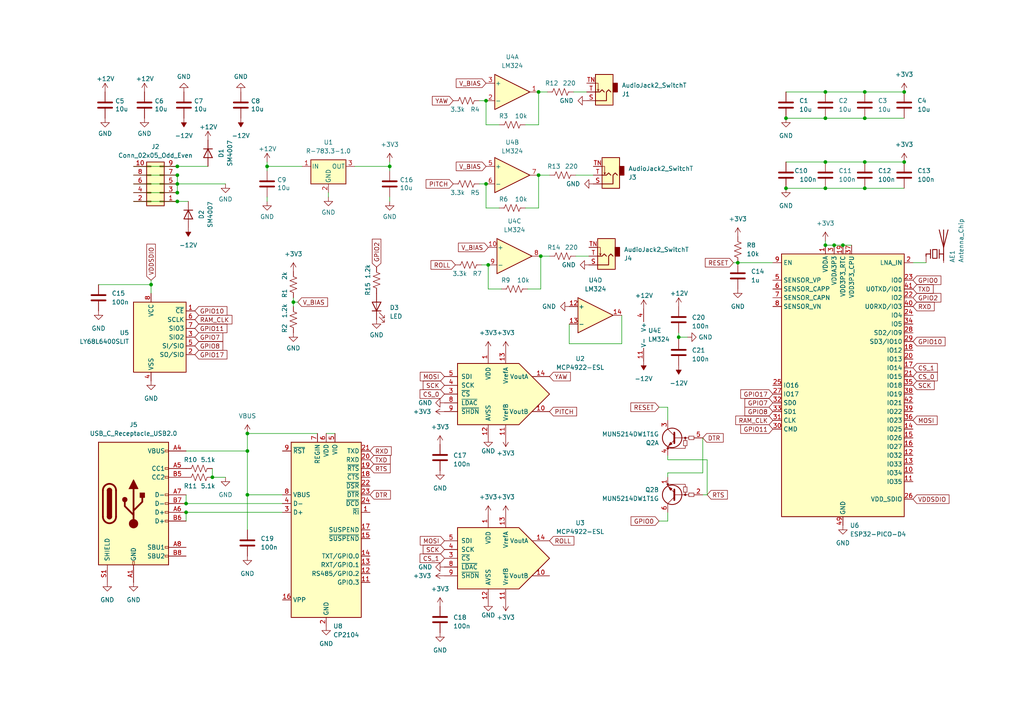
<source format=kicad_sch>
(kicad_sch (version 20230121) (generator eeschema)
  (paper "A4")
  (lib_symbols
    (symbol "4ms_Power:GND" (power) (pin_names (offset 0))
      (property "Value" "GND" (at 0 -3.81 0))
      (symbol "GND_1_1"
        (pin power_in line (at 0 0 270) (length 0) hide (name "GND") (number "1"))
      )
    )
    (symbol "Amplifier_Operational:LM324" (pin_names (offset 0.127))
      (property "Reference" "U" (at 0 5.08 0))
      (property "Value" "LM324" (at 0 -5.08 0))
      (symbol "LM324_1_1"
        (pin output line (at 7.62 0 180) (length 2.54) (name "~") (number "1"))
        (pin input line (at -7.62 -2.54 0) (length 2.54) (name "-") (number "2"))
        (pin input line (at -7.62 2.54 0) (length 2.54) (name "+") (number "3"))
      )
      (symbol "LM324_2_1"
        (pin input line (at -7.62 2.54 0) (length 2.54) (name "+") (number "5"))
        (pin input line (at -7.62 -2.54 0) (length 2.54) (name "-") (number "6"))
        (pin output line (at 7.62 0 180) (length 2.54) (name "~") (number "7"))
      )
      (symbol "LM324_3_1"
        (pin input line (at -7.62 2.54 0) (length 2.54) (name "+") (number "10"))
        (pin output line (at 7.62 0 180) (length 2.54) (name "~") (number "8"))
        (pin input line (at -7.62 -2.54 0) (length 2.54) (name "-") (number "9"))
      )
      (symbol "LM324_4_1"
        (pin input line (at -7.62 2.54 0) (length 2.54) (name "+") (number "12"))
        (pin input line (at -7.62 -2.54 0) (length 2.54) (name "-") (number "13"))
        (pin output line (at 7.62 0 180) (length 2.54) (name "~") (number "14"))
      )
      (symbol "LM324_5_1"
        (pin power_in line (at -2.54 -7.62 90) (length 3.81) (name "V-") (number "11"))
        (pin power_in line (at -2.54 7.62 270) (length 3.81) (name "V+") (number "4"))
      )
    )
    (symbol "Analog_DAC:MCP4922-ESL" (pin_names (offset 1.016))
      (property "Reference" "U" (at -10.16 10.16 0))
      (property "Value" "MCP4922-ESL" (at 3.81 10.16 0))
      (symbol "MCP4922-ESL_1_1"
        (pin power_in line (at -2.54 12.7 270) (length 3.81) (name "VDD") (number "1"))
        (pin passive line (at 15.24 -5.08 180) (length 5.08) (name "VoutB") (number "10"))
        (pin passive line (at 2.54 -12.7 90) (length 3.81) (name "VrefB") (number "11"))
        (pin power_in line (at -2.54 -12.7 90) (length 3.81) (name "AVSS") (number "12"))
        (pin passive line (at 2.54 12.7 270) (length 3.81) (name "VrefA") (number "13"))
        (pin passive line (at 15.24 5.08 180) (length 5.08) (name "VoutA") (number "14"))
        (pin no_connect line (at -5.08 -8.89 90) (length 2.54) hide (name "NC") (number "2"))
        (pin input line (at -15.24 0 0) (length 3.81) (name "~{CS}") (number "3"))
        (pin input line (at -15.24 2.54 0) (length 3.81) (name "SCK") (number "4"))
        (pin input line (at -15.24 5.08 0) (length 3.81) (name "SDI") (number "5"))
        (pin no_connect line (at -7.62 -8.89 90) (length 2.54) hide (name "NC") (number "6"))
        (pin no_connect line (at -10.16 -8.89 90) (length 2.54) hide (name "NC") (number "7"))
        (pin input line (at -15.24 -2.54 0) (length 3.81) (name "~{LDAC}") (number "8"))
        (pin input line (at -15.24 -5.08 0) (length 3.81) (name "~{SHDN}") (number "9"))
      )
    )
    (symbol "Connector:USB_C_Receptacle_USB2.0" (pin_names (offset 1.016))
      (property "Reference" "J" (at -10.16 19.05 0))
      (property "Value" "USB_C_Receptacle_USB2.0" (at 19.05 19.05 0))
      (symbol "USB_C_Receptacle_USB2.0_1_1"
        (pin passive line (at 0 -22.86 90) (length 5.08) (name "GND") (number "A1"))
        (pin passive line (at 0 -22.86 90) (length 5.08) hide (name "GND") (number "A12"))
        (pin passive line (at 15.24 15.24 180) (length 5.08) (name "VBUS") (number "A4"))
        (pin bidirectional line (at 15.24 10.16 180) (length 5.08) (name "CC1") (number "A5"))
        (pin bidirectional line (at 15.24 -2.54 180) (length 5.08) (name "D+") (number "A6"))
        (pin bidirectional line (at 15.24 2.54 180) (length 5.08) (name "D-") (number "A7"))
        (pin bidirectional line (at 15.24 -12.7 180) (length 5.08) (name "SBU1") (number "A8"))
        (pin passive line (at 15.24 15.24 180) (length 5.08) hide (name "VBUS") (number "A9"))
        (pin passive line (at 0 -22.86 90) (length 5.08) hide (name "GND") (number "B1"))
        (pin passive line (at 0 -22.86 90) (length 5.08) hide (name "GND") (number "B12"))
        (pin passive line (at 15.24 15.24 180) (length 5.08) hide (name "VBUS") (number "B4"))
        (pin bidirectional line (at 15.24 7.62 180) (length 5.08) (name "CC2") (number "B5"))
        (pin bidirectional line (at 15.24 -5.08 180) (length 5.08) (name "D+") (number "B6"))
        (pin bidirectional line (at 15.24 0 180) (length 5.08) (name "D-") (number "B7"))
        (pin bidirectional line (at 15.24 -15.24 180) (length 5.08) (name "SBU2") (number "B8"))
        (pin passive line (at 15.24 15.24 180) (length 5.08) hide (name "VBUS") (number "B9"))
        (pin passive line (at -7.62 -22.86 90) (length 5.08) (name "SHIELD") (number "S1"))
      )
    )
    (symbol "Connector_Audio:AudioJack2_SwitchT"
      (property "Reference" "J" (at 0 8.89 0))
      (property "Value" "AudioJack2_SwitchT" (at 0 6.35 0))
      (symbol "AudioJack2_SwitchT_1_1"
        (pin passive line (at 5.08 2.54 180) (length 2.54) (name "~") (number "S"))
        (pin passive line (at 5.08 0 180) (length 2.54) (name "~") (number "T"))
        (pin passive line (at 5.08 -2.54 180) (length 2.54) (name "~") (number "TN"))
      )
    )
    (symbol "Connector_Generic:Conn_02x05_Odd_Even" (pin_names (offset 1.016) hide)
      (property "Reference" "J" (at 1.27 7.62 0))
      (property "Value" "Conn_02x05_Odd_Even" (at 1.27 -7.62 0))
      (symbol "Conn_02x05_Odd_Even_1_1"
        (pin passive line (at -5.08 5.08 0) (length 3.81) (name "Pin_1") (number "1"))
        (pin passive line (at 7.62 -5.08 180) (length 3.81) (name "Pin_10") (number "10"))
        (pin passive line (at 7.62 5.08 180) (length 3.81) (name "Pin_2") (number "2"))
        (pin passive line (at -5.08 2.54 0) (length 3.81) (name "Pin_3") (number "3"))
        (pin passive line (at 7.62 2.54 180) (length 3.81) (name "Pin_4") (number "4"))
        (pin passive line (at -5.08 0 0) (length 3.81) (name "Pin_5") (number "5"))
        (pin passive line (at 7.62 0 180) (length 3.81) (name "Pin_6") (number "6"))
        (pin passive line (at -5.08 -2.54 0) (length 3.81) (name "Pin_7") (number "7"))
        (pin passive line (at 7.62 -2.54 180) (length 3.81) (name "Pin_8") (number "8"))
        (pin passive line (at -5.08 -5.08 0) (length 3.81) (name "Pin_9") (number "9"))
      )
    )
    (symbol "Device:Antenna_Chip" (pin_numbers hide) (pin_names (offset 1.016) hide)
      (property "Reference" "AE" (at 0 5.08 0))
      (property "Value" "Antenna_Chip" (at 0 3.175 0))
      (symbol "Antenna_Chip_1_1"
        (pin input line (at -2.54 -2.54 90) (length 2.54) (name "FEED") (number "1"))
        (pin passive line (at 2.54 -2.54 90) (length 2.54) (name "PCB_Trace") (number "2"))
      )
    )
    (symbol "Device:C" (pin_numbers hide) (pin_names (offset 0.254))
      (property "Reference" "C" (at 0.635 2.54 0))
      (property "Value" "C" (at 0.635 -2.54 0))
      (symbol "C_1_1"
        (pin passive line (at 0 3.81 270) (length 2.794) (name "~") (number "1"))
        (pin passive line (at 0 -3.81 90) (length 2.794) (name "~") (number "2"))
      )
    )
    (symbol "Device:LED" (pin_numbers hide) (pin_names (offset 1.016) hide)
      (property "Reference" "D" (at 0 2.54 0))
      (property "Value" "LED" (at 0 -2.54 0))
      (symbol "LED_1_1"
        (pin passive line (at -3.81 0 0) (length 2.54) (name "K") (number "1"))
        (pin passive line (at 3.81 0 180) (length 2.54) (name "A") (number "2"))
      )
    )
    (symbol "Device:R_US" (pin_numbers hide) (pin_names (offset 0))
      (property "Reference" "R" (at 2.54 0 90))
      (property "Value" "R_US" (at -2.54 0 90))
      (symbol "R_US_1_1"
        (pin passive line (at 0 3.81 270) (length 1.27) (name "~") (number "1"))
        (pin passive line (at 0 -3.81 90) (length 1.27) (name "~") (number "2"))
      )
    )
    (symbol "Diode:SM4007" (pin_numbers hide) (pin_names (offset 1.016) hide)
      (property "Reference" "D" (at 0 2.54 0))
      (property "Value" "SM4007" (at 0 -2.54 0))
      (symbol "SM4007_1_1"
        (pin passive line (at -3.81 0 0) (length 2.54) (name "K") (number "1"))
        (pin passive line (at 3.81 0 180) (length 2.54) (name "A") (number "2"))
      )
    )
    (symbol "Interface_USB:CP2104"
      (property "Reference" "U" (at -5.08 28.575 0))
      (property "Value" "CP2104" (at -5.08 26.67 0))
      (symbol "CP2104_1_1"
        (pin input line (at 12.7 5.08 180) (length 2.54) (name "~{RI}") (number "1"))
        (pin no_connect line (at 10.16 -20.32 180) (length 2.54) hide (name "NC") (number "10"))
        (pin bidirectional line (at 12.7 -15.24 180) (length 2.54) (name "GPIO.3") (number "11"))
        (pin bidirectional line (at 12.7 -12.7 180) (length 2.54) (name "RS485/GPIO.2") (number "12"))
        (pin bidirectional line (at 12.7 -10.16 180) (length 2.54) (name "RXT/GPIO.1") (number "13"))
        (pin bidirectional line (at 12.7 -7.62 180) (length 2.54) (name "TXT/GPIO.0") (number "14"))
        (pin output line (at 12.7 -2.54 180) (length 2.54) (name "~{SUSPEND}") (number "15"))
        (pin passive line (at -12.7 -20.32 0) (length 2.54) (name "VPP") (number "16"))
        (pin output line (at 12.7 0 180) (length 2.54) (name "SUSPEND") (number "17"))
        (pin input line (at 12.7 15.24 180) (length 2.54) (name "~{CTS}") (number "18"))
        (pin output line (at 12.7 17.78 180) (length 2.54) (name "~{RTS}") (number "19"))
        (pin power_in line (at 0 -27.94 90) (length 2.54) (name "GND") (number "2"))
        (pin input line (at 12.7 20.32 180) (length 2.54) (name "RXD") (number "20"))
        (pin output line (at 12.7 22.86 180) (length 2.54) (name "TXD") (number "21"))
        (pin input line (at 12.7 12.7 180) (length 2.54) (name "~{DSR}") (number "22"))
        (pin output line (at 12.7 10.16 180) (length 2.54) (name "~{DTR}") (number "23"))
        (pin input line (at 12.7 7.62 180) (length 2.54) (name "~{DCD}") (number "24"))
        (pin passive line (at 0 -27.94 90) (length 2.54) hide (name "GND") (number "25"))
        (pin bidirectional line (at -12.7 5.08 0) (length 2.54) (name "D+") (number "3"))
        (pin bidirectional line (at -12.7 7.62 0) (length 2.54) (name "D-") (number "4"))
        (pin power_in line (at 2.54 27.94 270) (length 2.54) (name "VIO") (number "5"))
        (pin power_in line (at 0 27.94 270) (length 2.54) (name "VDD") (number "6"))
        (pin power_in line (at -2.54 27.94 270) (length 2.54) (name "REGIN") (number "7"))
        (pin input line (at -12.7 10.16 0) (length 2.54) (name "VBUS") (number "8"))
        (pin bidirectional line (at -12.7 22.86 0) (length 2.54) (name "~{RST}") (number "9"))
      )
    )
    (symbol "Memory_RAM:ESP-PSRAM32"
      (property "Reference" "U" (at 3.81 11.43 0))
      (property "Value" "ESP-PSRAM32" (at -1.27 -11.43 0))
      (symbol "ESP-PSRAM32_1_1"
        (pin input line (at 10.16 7.62 180) (length 2.54) (name "~{CE}") (number "1"))
        (pin output line (at 10.16 -5.08 180) (length 2.54) (name "SO/SIO") (number "2"))
        (pin bidirectional line (at 10.16 0 180) (length 2.54) (name "SIO2") (number "3"))
        (pin power_in line (at -2.54 -12.7 90) (length 2.54) (name "VSS") (number "4"))
        (pin input line (at 10.16 -2.54 180) (length 2.54) (name "SI/SIO") (number "5"))
        (pin output line (at 10.16 5.08 180) (length 2.54) (name "SCLK") (number "6"))
        (pin bidirectional line (at 10.16 2.54 180) (length 2.54) (name "SIO3") (number "7"))
        (pin power_in line (at -2.54 12.7 270) (length 2.54) (name "VCC") (number "8"))
      )
    )
    (symbol "PCM_4ms_Power-symbol:+12V" (power) (pin_names (offset 0))
      (property "Value" "+12V" (at 0 3.556 0))
      (symbol "+12V_1_1"
        (pin power_in line (at 0 0 90) (length 0) hide (name "+12V") (number "1"))
      )
    )
    (symbol "RF_Module:ESP32-PICO-D4"
      (property "Reference" "U" (at -17.78 39.37 0))
      (property "Value" "ESP32-PICO-D4" (at 3.81 39.37 0))
      (symbol "ESP32-PICO-D4_0_0"
        (pin power_in line (at -5.08 40.64 270) (length 2.54) (name "VDDA") (number "1"))
        (pin input line (at 20.32 -25.4 180) (length 2.54) (name "IO34") (number "10"))
        (pin input line (at 20.32 -27.94 180) (length 2.54) (name "IO35") (number "11"))
        (pin bidirectional line (at 20.32 -20.32 180) (length 2.54) (name "IO32") (number "12"))
        (pin bidirectional line (at 20.32 -22.86 180) (length 2.54) (name "IO33") (number "13"))
        (pin bidirectional line (at 20.32 -12.7 180) (length 2.54) (name "IO25") (number "14"))
        (pin bidirectional line (at 20.32 -15.24 180) (length 2.54) (name "IO26") (number "15"))
        (pin bidirectional line (at 20.32 -17.78 180) (length 2.54) (name "IO27") (number "16"))
        (pin bidirectional line (at 20.32 5.08 180) (length 2.54) (name "IO14") (number "17"))
        (pin bidirectional line (at 20.32 10.16 180) (length 2.54) (name "IO12") (number "18"))
        (pin power_in line (at 0 40.64 270) (length 2.54) (name "VDD3P3_RTC") (number "19"))
        (pin bidirectional line (at 20.32 35.56 180) (length 2.54) (name "LNA_IN") (number "2"))
        (pin bidirectional line (at 20.32 7.62 180) (length 2.54) (name "IO13") (number "20"))
        (pin bidirectional line (at 20.32 2.54 180) (length 2.54) (name "IO15") (number "21"))
        (pin bidirectional line (at 20.32 25.4 180) (length 2.54) (name "IO2") (number "22"))
        (pin bidirectional line (at 20.32 30.48 180) (length 2.54) (name "IO0") (number "23"))
        (pin bidirectional line (at 20.32 20.32 180) (length 2.54) (name "IO4") (number "24"))
        (pin bidirectional line (at -20.32 0 0) (length 2.54) (name "IO16") (number "25"))
        (pin power_out line (at 20.32 -33.02 180) (length 2.54) (name "VDD_SDIO") (number "26"))
        (pin bidirectional line (at -20.32 -2.54 0) (length 2.54) (name "IO17") (number "27"))
        (pin bidirectional line (at 20.32 15.24 180) (length 2.54) (name "SD2/IO9") (number "28"))
        (pin bidirectional line (at 20.32 12.7 180) (length 2.54) (name "SD3/IO10") (number "29"))
        (pin power_in line (at -2.54 40.64 270) (length 2.54) (name "VDDA3P3") (number "3"))
        (pin bidirectional line (at -20.32 -12.7 0) (length 2.54) (name "CMD") (number "30"))
        (pin bidirectional line (at -20.32 -10.16 0) (length 2.54) (name "CLK") (number "31"))
        (pin bidirectional line (at -20.32 -5.08 0) (length 2.54) (name "SD0") (number "32"))
        (pin bidirectional line (at -20.32 -7.62 0) (length 2.54) (name "SD1") (number "33"))
        (pin bidirectional line (at 20.32 17.78 180) (length 2.54) (name "IO5") (number "34"))
        (pin bidirectional line (at 20.32 0 180) (length 2.54) (name "IO18") (number "35"))
        (pin bidirectional line (at 20.32 -10.16 180) (length 2.54) (name "IO23") (number "36"))
        (pin power_in line (at 2.54 40.64 270) (length 2.54) (name "VDD3P3_CPU") (number "37"))
        (pin bidirectional line (at 20.32 -2.54 180) (length 2.54) (name "IO19") (number "38"))
        (pin bidirectional line (at 20.32 -7.62 180) (length 2.54) (name "IO22") (number "39"))
        (pin passive line (at -2.54 40.64 270) (length 2.54) hide (name "VDDA3P3") (number "4"))
        (pin bidirectional line (at 20.32 22.86 180) (length 2.54) (name "U0RXD/IO3") (number "40"))
        (pin bidirectional line (at 20.32 27.94 180) (length 2.54) (name "U0TXD/IO1") (number "41"))
        (pin bidirectional line (at 20.32 -5.08 180) (length 2.54) (name "IO21") (number "42"))
        (pin passive line (at -5.08 40.64 270) (length 2.54) hide (name "VDDA") (number "43"))
        (pin no_connect line (at -17.78 -25.4 0) (length 2.54) hide (name "XTAL_N_NC") (number "44"))
        (pin no_connect line (at -17.78 -27.94 0) (length 2.54) hide (name "XTAL_P_NC") (number "45"))
        (pin passive line (at -5.08 40.64 270) (length 2.54) hide (name "VDDA") (number "46"))
        (pin no_connect line (at -17.78 -30.48 0) (length 2.54) hide (name "CAP2_NC") (number "47"))
        (pin no_connect line (at -17.78 -33.02 0) (length 2.54) hide (name "CAP1_NC") (number "48"))
        (pin power_in line (at 0 -40.64 90) (length 2.54) (name "GND") (number "49"))
        (pin input line (at -20.32 30.48 0) (length 2.54) (name "SENSOR_VP") (number "5"))
        (pin input line (at -20.32 27.94 0) (length 2.54) (name "SENSOR_CAPP") (number "6"))
        (pin input line (at -20.32 25.4 0) (length 2.54) (name "SENSOR_CAPN") (number "7"))
        (pin input line (at -20.32 22.86 0) (length 2.54) (name "SENSOR_VN") (number "8"))
        (pin input line (at -20.32 35.56 0) (length 2.54) (name "EN") (number "9"))
      )
    )
    (symbol "Regulator_Switching:R-783.3-1.0" (pin_names (offset 0.254))
      (property "Reference" "U" (at -3.81 3.175 0))
      (property "Value" "R-783.3-1.0" (at 0 3.175 0))
      (symbol "R-783.3-1.0_1_1"
        (pin power_in line (at -7.62 0 0) (length 2.54) (name "IN") (number "1"))
        (pin power_in line (at 0 -7.62 90) (length 2.54) (name "GND") (number "2"))
        (pin power_out line (at 7.62 0 180) (length 2.54) (name "OUT") (number "3"))
      )
    )
    (symbol "Transistor_BJT:MUN5211DW1" (pin_names hide)
      (property "Reference" "Q" (at 3.81 1.27 0))
      (property "Value" "MUN5211DW1" (at 3.81 -1.27 0))
      (symbol "MUN5211DW1_1_1"
        (pin passive line (at 1.27 5.08 270) (length 2.54) (name "C1") (number "3"))
        (pin passive line (at 1.27 -5.08 90) (length 2.54) (name "E1") (number "4"))
        (pin input line (at -8.89 0 0) (length 2.54) (name "B1") (number "5"))
      )
      (symbol "MUN5211DW1_2_1"
        (pin passive line (at 1.27 -5.08 90) (length 2.54) (name "E2") (number "1"))
        (pin input line (at -8.89 0 0) (length 2.54) (name "B2") (number "2"))
        (pin passive line (at 1.27 5.08 270) (length 2.54) (name "C2") (number "6"))
      )
    )
    (symbol "power:+3V3" (power) (pin_names (offset 0))
      (property "Value" "+3V3" (at 0 3.556 0))
      (symbol "+3V3_1_1"
        (pin power_in line (at 0 0 90) (length 0) hide (name "+3V3") (number "1"))
      )
    )
    (symbol "power:-12V" (power) (pin_names (offset 0))
      (property "Value" "-12V" (at 0 3.81 0))
      (symbol "-12V_0_0"
        (pin power_in line (at 0 0 90) (length 0) hide (name "-12V") (number "1"))
      )
    )
    (symbol "power:GND" (power) (pin_names (offset 0))
      (property "Value" "GND" (at 0 -3.81 0))
      (symbol "GND_1_1"
        (pin power_in line (at 0 0 270) (length 0) hide (name "GND") (number "1"))
      )
    )
    (symbol "power:VBUS" (power) (pin_names (offset 0))
      (property "Value" "VBUS" (at 0 3.81 0))
      (symbol "VBUS_1_1"
        (pin power_in line (at 0 0 90) (length 0) hide (name "VBUS") (number "1"))
      )
    )
  )
  (junction (at 43.815 82.55))
  (junction (at 71.755 130.81))
  (junction (at 241.935 71.12))
  (junction (at 51.435 48.26))
  (junction (at 156.845 74.295))
  (junction (at 85.09 87.63))
  (junction (at 239.395 71.12))
  (junction (at 156.21 26.67))
  (junction (at 140.97 53.34))
  (junction (at 227.965 34.29))
  (junction (at 51.435 55.88))
  (junction (at 51.435 50.8))
  (junction (at 113.03 48.26))
  (junction (at 262.255 26.67))
  (junction (at 250.825 46.99))
  (junction (at 140.97 29.21))
  (junction (at 141.605 76.835))
  (junction (at 262.255 46.99))
  (junction (at 239.395 26.67))
  (junction (at 239.395 54.61))
  (junction (at 51.435 53.34))
  (junction (at 244.475 71.12))
  (junction (at 250.825 26.67))
  (junction (at 53.975 148.59))
  (junction (at 71.755 125.73))
  (junction (at 239.395 46.99))
  (junction (at 227.965 54.61))
  (junction (at 71.755 143.51))
  (junction (at 250.825 54.61))
  (junction (at 77.47 48.26))
  (junction (at 61.595 138.43))
  (junction (at 239.395 34.29))
  (junction (at 53.975 146.05))
  (junction (at 196.85 97.79))
  (junction (at 156.21 50.8))
  (junction (at 250.825 34.29))
  (junction (at 213.995 76.2))
  (junction (at 51.435 58.42))
  (wire (pts (xy 213.995 76.2) (xy 224.155 76.2)))
  (wire (pts (xy 71.755 130.81) (xy 71.755 143.51)))
  (wire (pts (xy 94.615 125.73) (xy 97.155 125.73)))
  (wire (pts (xy 156.845 74.295) (xy 159.385 74.295)))
  (wire (pts (xy 239.395 69.85) (xy 239.395 71.12)))
  (wire (pts (xy 239.395 26.67) (xy 250.825 26.67)))
  (wire (pts (xy 38.735 48.26) (xy 51.435 48.26)))
  (wire (pts (xy 152.4 36.195) (xy 156.21 36.195)))
  (wire (pts (xy 140.97 29.21) (xy 140.97 36.195)))
  (wire (pts (xy 244.475 71.12) (xy 247.015 71.12)))
  (wire (pts (xy 38.735 50.8) (xy 51.435 50.8)))
  (wire (pts (xy 239.395 71.12) (xy 241.935 71.12)))
  (wire (pts (xy 85.09 87.63) (xy 85.09 88.9)))
  (wire (pts (xy 193.675 133.35) (xy 193.675 132.08)))
  (wire (pts (xy 156.21 26.67) (xy 158.75 26.67)))
  (wire (pts (xy 53.975 130.81) (xy 71.755 130.81)))
  (wire (pts (xy 250.825 26.67) (xy 262.255 26.67)))
  (wire (pts (xy 165.1 93.98) (xy 165.1 99.695)))
  (wire (pts (xy 196.85 97.79) (xy 196.85 98.425)))
  (wire (pts (xy 153.035 83.82) (xy 156.845 83.82)))
  (wire (pts (xy 193.675 118.11) (xy 193.675 121.92)))
  (wire (pts (xy 53.975 148.59) (xy 53.975 151.13)))
  (wire (pts (xy 152.4 60.325) (xy 156.21 60.325)))
  (wire (pts (xy 38.735 58.42) (xy 51.435 58.42)))
  (wire (pts (xy 227.965 54.61) (xy 239.395 54.61)))
  (wire (pts (xy 43.815 82.55) (xy 43.815 85.09)))
  (wire (pts (xy 196.85 97.79) (xy 199.39 97.79)))
  (wire (pts (xy 227.965 34.29) (xy 239.395 34.29)))
  (wire (pts (xy 268.605 76.2) (xy 264.795 76.2)))
  (wire (pts (xy 113.03 48.26) (xy 113.03 46.99)))
  (wire (pts (xy 85.09 87.63) (xy 86.36 87.63)))
  (wire (pts (xy 193.675 138.43) (xy 193.675 137.16)))
  (wire (pts (xy 239.395 54.61) (xy 250.825 54.61)))
  (wire (pts (xy 87.63 48.26) (xy 77.47 48.26)))
  (wire (pts (xy 193.675 151.13) (xy 193.675 148.59)))
  (wire (pts (xy 140.97 60.325) (xy 144.78 60.325)))
  (wire (pts (xy 53.975 148.59) (xy 81.915 148.59)))
  (wire (pts (xy 156.21 36.195) (xy 156.21 26.67)))
  (wire (pts (xy 156.845 83.82) (xy 156.845 74.295)))
  (wire (pts (xy 77.47 46.99) (xy 77.47 48.26)))
  (wire (pts (xy 191.135 118.11) (xy 193.675 118.11)))
  (wire (pts (xy 196.85 96.52) (xy 196.85 97.79)))
  (wire (pts (xy 239.395 34.29) (xy 250.825 34.29)))
  (wire (pts (xy 95.25 55.88) (xy 95.25 57.15)))
  (wire (pts (xy 43.815 81.28) (xy 43.815 82.55)))
  (wire (pts (xy 191.135 151.13) (xy 193.675 151.13)))
  (wire (pts (xy 239.395 46.99) (xy 250.825 46.99)))
  (wire (pts (xy 227.965 26.67) (xy 239.395 26.67)))
  (wire (pts (xy 203.835 137.16) (xy 203.835 127)))
  (wire (pts (xy 85.09 86.36) (xy 85.09 87.63)))
  (wire (pts (xy 53.975 143.51) (xy 53.975 146.05)))
  (wire (pts (xy 53.975 146.05) (xy 81.915 146.05)))
  (wire (pts (xy 180.34 99.695) (xy 180.34 91.44)))
  (wire (pts (xy 241.935 71.12) (xy 244.475 71.12)))
  (wire (pts (xy 28.575 82.55) (xy 43.815 82.55)))
  (wire (pts (xy 172.085 50.8) (xy 167.005 50.8)))
  (wire (pts (xy 156.21 60.325) (xy 156.21 50.8)))
  (wire (pts (xy 51.435 48.26) (xy 60.325 48.26)))
  (wire (pts (xy 193.675 133.35) (xy 205.105 133.35)))
  (wire (pts (xy 156.21 50.8) (xy 159.385 50.8)))
  (wire (pts (xy 139.7 76.835) (xy 141.605 76.835)))
  (wire (pts (xy 71.755 143.51) (xy 71.755 153.67)))
  (wire (pts (xy 205.105 143.51) (xy 203.835 143.51)))
  (wire (pts (xy 77.47 57.15) (xy 77.47 58.42)))
  (wire (pts (xy 141.605 83.82) (xy 145.415 83.82)))
  (wire (pts (xy 51.435 53.34) (xy 51.435 55.88)))
  (wire (pts (xy 51.435 50.8) (xy 51.435 53.34)))
  (wire (pts (xy 71.755 143.51) (xy 81.915 143.51)))
  (wire (pts (xy 140.97 53.34) (xy 140.97 60.325)))
  (wire (pts (xy 139.065 29.21) (xy 140.97 29.21)))
  (wire (pts (xy 227.965 46.99) (xy 239.395 46.99)))
  (wire (pts (xy 113.03 49.53) (xy 113.03 48.26)))
  (wire (pts (xy 170.815 74.295) (xy 167.005 74.295)))
  (wire (pts (xy 61.595 135.89) (xy 61.595 138.43)))
  (wire (pts (xy 212.725 76.2) (xy 213.995 76.2)))
  (wire (pts (xy 250.825 34.29) (xy 262.255 34.29)))
  (wire (pts (xy 38.735 55.88) (xy 51.435 55.88)))
  (wire (pts (xy 38.735 53.34) (xy 51.435 53.34)))
  (wire (pts (xy 250.825 54.61) (xy 262.255 54.61)))
  (wire (pts (xy 51.435 53.34) (xy 65.405 53.34)))
  (wire (pts (xy 141.605 76.835) (xy 141.605 83.82)))
  (wire (pts (xy 113.03 57.15) (xy 113.03 58.42)))
  (wire (pts (xy 61.595 138.43) (xy 65.405 138.43)))
  (wire (pts (xy 71.755 125.73) (xy 71.755 130.81)))
  (wire (pts (xy 140.97 36.195) (xy 144.78 36.195)))
  (wire (pts (xy 54.61 58.42) (xy 51.435 58.42)))
  (wire (pts (xy 102.87 48.26) (xy 113.03 48.26)))
  (wire (pts (xy 92.075 125.73) (xy 71.755 125.73)))
  (wire (pts (xy 205.105 133.35) (xy 205.105 143.51)))
  (wire (pts (xy 165.1 99.695) (xy 180.34 99.695)))
  (wire (pts (xy 250.825 46.99) (xy 262.255 46.99)))
  (wire (pts (xy 193.675 137.16) (xy 203.835 137.16)))
  (wire (pts (xy 77.47 49.53) (xy 77.47 48.26)))
  (wire (pts (xy 166.37 26.67) (xy 170.18 26.67)))
  (wire (pts (xy 139.065 53.34) (xy 140.97 53.34)))
  (global_label "RTS" (shape input) (at 107.315 135.89 0) (property "Intersheetrefs" "${INTERSHEET_REFS}" (effects hide)))
  (global_label "SCK" (shape input) (at 264.795 111.76 0) (property "Intersheetrefs" "${INTERSHEET_REFS}" (effects hide)))
  (global_label "RESET" (shape input) (at 212.725 76.2 180) (property "Intersheetrefs" "${INTERSHEET_REFS}" (effects hide)))
  (global_label "RAM_CLK" (shape input) (at 224.155 121.92 180) (property "Intersheetrefs" "${INTERSHEET_REFS}" (effects hide)))
  (global_label "CS_0" (shape input) (at 264.795 109.22 0) (property "Intersheetrefs" "${INTERSHEET_REFS}" (effects hide)))
  (global_label "MOSI" (shape input) (at 128.905 109.22 180) (property "Intersheetrefs" "${INTERSHEET_REFS}" (effects hide)))
  (global_label "VDDSDIO" (shape input) (at 43.815 81.28 90) (property "Intersheetrefs" "${INTERSHEET_REFS}" (effects hide)))
  (global_label "ROLL" (shape input) (at 159.385 156.845 0) (property "Intersheetrefs" "${INTERSHEET_REFS}" (effects hide)))
  (global_label "ROLL" (shape input) (at 132.08 76.835 180) (property "Intersheetrefs" "${INTERSHEET_REFS}" (effects hide)))
  (global_label "SCK" (shape input) (at 128.905 111.76 180) (property "Intersheetrefs" "${INTERSHEET_REFS}" (effects hide)))
  (global_label "TXD" (shape input) (at 264.795 83.82 0) (property "Intersheetrefs" "${INTERSHEET_REFS}" (effects hide)))
  (global_label "MOSI" (shape input) (at 128.905 156.845 180) (property "Intersheetrefs" "${INTERSHEET_REFS}" (effects hide)))
  (global_label "DTR" (shape input) (at 107.315 143.51 0) (property "Intersheetrefs" "${INTERSHEET_REFS}" (effects hide)))
  (global_label "GPIO10" (shape input) (at 264.795 99.06 0) (property "Intersheetrefs" "${INTERSHEET_REFS}" (effects hide)))
  (global_label "CS_1" (shape input) (at 128.905 161.925 180) (property "Intersheetrefs" "${INTERSHEET_REFS}" (effects hide)))
  (global_label "PITCH" (shape input) (at 159.385 119.38 0) (property "Intersheetrefs" "${INTERSHEET_REFS}" (effects hide)))
  (global_label "VDDSDIO" (shape input) (at 264.795 144.78 0) (property "Intersheetrefs" "${INTERSHEET_REFS}" (effects hide)))
  (global_label "RXD" (shape input) (at 107.315 130.81 0) (property "Intersheetrefs" "${INTERSHEET_REFS}" (effects hide)))
  (global_label "SCK" (shape input) (at 128.905 159.385 180) (property "Intersheetrefs" "${INTERSHEET_REFS}" (effects hide)))
  (global_label "TXD" (shape input) (at 107.315 133.35 0) (property "Intersheetrefs" "${INTERSHEET_REFS}" (effects hide)))
  (global_label "GPIO2" (shape input) (at 264.795 86.36 0) (property "Intersheetrefs" "${INTERSHEET_REFS}" (effects hide)))
  (global_label "YAW" (shape input) (at 159.385 109.22 0) (property "Intersheetrefs" "${INTERSHEET_REFS}" (effects hide)))
  (global_label "YAW" (shape input) (at 131.445 29.21 180) (property "Intersheetrefs" "${INTERSHEET_REFS}" (effects hide)))
  (global_label "GPIO0" (shape input) (at 191.135 151.13 180) (property "Intersheetrefs" "${INTERSHEET_REFS}" (effects hide)))
  (global_label "PITCH" (shape input) (at 131.445 53.34 180) (property "Intersheetrefs" "${INTERSHEET_REFS}" (effects hide)))
  (global_label "GPIO11" (shape input) (at 224.155 124.46 180) (property "Intersheetrefs" "${INTERSHEET_REFS}" (effects hide)))
  (global_label "RTS" (shape input) (at 205.105 143.51 0) (property "Intersheetrefs" "${INTERSHEET_REFS}" (effects hide)))
  (global_label "CS_1" (shape input) (at 264.795 106.68 0) (property "Intersheetrefs" "${INTERSHEET_REFS}" (effects hide)))
  (global_label "DTR" (shape input) (at 203.835 127 0) (property "Intersheetrefs" "${INTERSHEET_REFS}" (effects hide)))
  (global_label "MOSI" (shape input) (at 264.795 121.92 0) (property "Intersheetrefs" "${INTERSHEET_REFS}" (effects hide)))
  (global_label "GPIO11" (shape input) (at 56.515 95.25 0) (property "Intersheetrefs" "${INTERSHEET_REFS}" (effects hide)))
  (global_label "GPIO8" (shape input) (at 56.515 100.33 0) (property "Intersheetrefs" "${INTERSHEET_REFS}" (effects hide)))
  (global_label "V_BIAS" (shape input) (at 140.97 48.26 180) (property "Intersheetrefs" "${INTERSHEET_REFS}" (effects hide)))
  (global_label "RESET" (shape input) (at 191.135 118.11 180) (property "Intersheetrefs" "${INTERSHEET_REFS}" (effects hide)))
  (global_label "GPIO0" (shape input) (at 264.795 81.28 0) (property "Intersheetrefs" "${INTERSHEET_REFS}" (effects hide)))
  (global_label "GPIO7" (shape input) (at 224.155 116.84 180) (property "Intersheetrefs" "${INTERSHEET_REFS}" (effects hide)))
  (global_label "RAM_CLK" (shape input) (at 56.515 92.71 0) (property "Intersheetrefs" "${INTERSHEET_REFS}" (effects hide)))
  (global_label "V_BIAS" (shape input) (at 140.97 24.13 180) (property "Intersheetrefs" "${INTERSHEET_REFS}" (effects hide)))
  (global_label "CS_0" (shape input) (at 128.905 114.3 180) (property "Intersheetrefs" "${INTERSHEET_REFS}" (effects hide)))
  (global_label "V_BIAS" (shape input) (at 141.605 71.755 180) (property "Intersheetrefs" "${INTERSHEET_REFS}" (effects hide)))
  (global_label "GPIO7" (shape input) (at 56.515 97.79 0) (property "Intersheetrefs" "${INTERSHEET_REFS}" (effects hide)))
  (global_label "V_BIAS" (shape input) (at 86.36 87.63 0) (property "Intersheetrefs" "${INTERSHEET_REFS}" (effects hide)))
  (global_label "GPIO2" (shape input) (at 109.22 77.47 90) (property "Intersheetrefs" "${INTERSHEET_REFS}" (effects hide)))
  (global_label "GPIO17" (shape input) (at 56.515 102.87 0) (property "Intersheetrefs" "${INTERSHEET_REFS}" (effects hide)))
  (global_label "GPIO8" (shape input) (at 224.155 119.38 180) (property "Intersheetrefs" "${INTERSHEET_REFS}" (effects hide)))
  (global_label "GPIO10" (shape input) (at 56.515 90.17 0) (property "Intersheetrefs" "${INTERSHEET_REFS}" (effects hide)))
  (global_label "RXD" (shape input) (at 264.795 88.9 0) (property "Intersheetrefs" "${INTERSHEET_REFS}" (effects hide)))
  (global_label "GPIO17" (shape input) (at 224.155 114.3 180) (property "Intersheetrefs" "${INTERSHEET_REFS}" (effects hide)))
  (symbol (lib_id "Device:R_US") (at 109.22 81.28 180) (unit 1)
    (property "Reference" "R15" (at 106.68 83.82 90))
    (property "Value" "1.2k" (at 106.68 78.74 90))
    (property "Footprint" "Resistor_SMD:R_0603_1608Metric" (effects hide))
  )
  (symbol (lib_id "4ms_Power:GND") (at 141.605 127 0) (unit 1)
    (property "Reference" "#PWR028" (effects hide))
    (property "Value" "GND" (at 141.605 130.81 0))
  )
  (symbol (lib_id "Device:C") (at 30.48 30.48 0) (unit 1)
    (property "Reference" "C5" (at 33.401 29.3116 0) (effects (justify left)))
    (property "Value" "10u" (at 33.401 31.623 0) (effects (justify left)))
    (property "Footprint" "Capacitor_SMD:C_0603_1608Metric" (effects hide))
  )
  (symbol (lib_id "Device:R_US") (at 213.995 72.39 0) (unit 1)
    (property "Reference" "R8" (at 216.535 71.12 0) (effects (justify left)))
    (property "Value" "10k" (at 216.535 73.66 0) (effects (justify left)))
    (property "Footprint" "Resistor_SMD:R_0603_1608Metric" (effects hide))
  )
  (symbol (lib_id "Device:C") (at 53.34 30.48 0) (unit 1)
    (property "Reference" "C7" (at 56.261 29.3116 0) (effects (justify left)))
    (property "Value" "10u" (at 56.261 31.623 0) (effects (justify left)))
    (property "Footprint" "Capacitor_SMD:C_0603_1608Metric" (effects hide))
  )
  (symbol (lib_id "Regulator_Switching:R-783.3-1.0") (at 95.25 48.26 0) (unit 1)
    (property "Reference" "U1" (at 95.25 41.275 0))
    (property "Value" "R-783.3-1.0" (at 95.25 43.815 0))
    (property "Footprint" "Converter_DCDC:Converter_DCDC_RECOM_R-78E-0.5_THT" (effects hide))
    (property "Datasheet" "https://www.recom-power.com/pdf/Innoline/R-78xx-1.0.pdf" (effects hide))
  )
  (symbol (lib_id "Device:C") (at 69.85 30.48 0) (unit 1)
    (property "Reference" "C8" (at 72.771 29.3116 0) (effects (justify left)))
    (property "Value" "10u" (at 72.771 31.623 0) (effects (justify left)))
    (property "Footprint" "Capacitor_SMD:C_0603_1608Metric" (effects hide))
  )
  (symbol (lib_id "PCM_4ms_Power-symbol:+12V") (at 60.325 40.64 0) (unit 1)
    (property "Reference" "#PWR013" (effects hide))
    (property "Value" "+12V" (at 57.785 36.83 0) (effects (justify left)))
  )
  (symbol (lib_id "power:+3V3") (at 127.635 128.905 0) (unit 1)
    (property "Reference" "#PWR041" (effects hide))
    (property "Value" "+3V3" (at 127.635 123.825 0))
  )
  (symbol (lib_id "Device:C") (at 262.255 30.48 0) (unit 1)
    (property "Reference" "C4" (at 266.065 29.21 0) (effects (justify left)))
    (property "Value" "10u" (at 266.065 31.75 0) (effects (justify left)))
    (property "Footprint" "Capacitor_SMD:C_0603_1608Metric" (effects hide))
  )
  (symbol (lib_id "Analog_DAC:MCP4922-ESL") (at 144.145 161.925 0) (unit 1)
    (property "Reference" "U3" (at 168.275 151.6633 0))
    (property "Value" "MCP4922-ESL" (at 168.275 154.2033 0))
    (property "Footprint" "Package_SO:SOIC-14_3.9x8.7mm_P1.27mm" (effects hide))
    (property "Datasheet" "http://ww1.microchip.com/downloads/en/devicedoc/21897a.pdf" (effects hide))
  )
  (symbol (lib_id "power:GND") (at 38.735 168.91 0) (unit 1)
    (property "Reference" "#PWR047" (effects hide))
    (property "Value" "GND" (at 38.735 173.99 0))
  )
  (symbol (lib_id "Device:R_US") (at 162.56 26.67 90) (unit 1)
    (property "Reference" "R12" (at 160.02 24.13 90))
    (property "Value" "220" (at 165.1 24.13 90))
    (property "Footprint" "Resistor_SMD:R_0603_1608Metric" (effects hide))
  )
  (symbol (lib_id "Device:R_US") (at 163.195 50.8 90) (unit 1)
    (property "Reference" "R13" (at 160.655 48.26 90))
    (property "Value" "220" (at 165.735 48.26 90))
    (property "Footprint" "Resistor_SMD:R_0603_1608Metric" (effects hide))
  )
  (symbol (lib_id "PCM_4ms_Power-symbol:+12V") (at 30.48 26.67 0) (unit 1)
    (property "Reference" "#PWR01" (effects hide))
    (property "Value" "+12V" (at 27.94 22.86 0) (effects (justify left)))
  )
  (symbol (lib_id "Device:R_US") (at 149.225 83.82 90) (unit 1)
    (property "Reference" "R9" (at 146.685 81.28 90))
    (property "Value" "10k" (at 151.765 81.28 90))
    (property "Footprint" "Resistor_SMD:R_0603_1608Metric" (effects hide))
  )
  (symbol (lib_id "power:GND") (at 227.965 54.61 0) (unit 1)
    (property "Reference" "#PWR019" (effects hide))
    (property "Value" "GND" (at 227.965 59.69 0))
  )
  (symbol (lib_id "Device:C") (at 250.825 30.48 0) (unit 1)
    (property "Reference" "C3" (at 254.635 29.21 0) (effects (justify left)))
    (property "Value" "10u" (at 254.635 31.75 0) (effects (justify left)))
    (property "Footprint" "Capacitor_SMD:C_0603_1608Metric" (effects hide))
  )
  (symbol (lib_id "power:+3V3") (at 128.905 119.38 90) (unit 1)
    (property "Reference" "#PWR023" (effects hide))
    (property "Value" "+3V3" (at 125.095 119.38 90) (effects (justify left)))
  )
  (symbol (lib_id "power:+3V3") (at 128.905 167.005 90) (unit 1)
    (property "Reference" "#PWR037" (effects hide))
    (property "Value" "+3V3" (at 125.095 167.005 90) (effects (justify left)))
  )
  (symbol (lib_id "Device:C") (at 28.575 86.36 0) (unit 1)
    (property "Reference" "C15" (at 32.385 85.09 0) (effects (justify left)))
    (property "Value" "100n" (at 32.385 87.63 0) (effects (justify left)))
    (property "Footprint" "Capacitor_SMD:C_0603_1608Metric" (effects hide))
  )
  (symbol (lib_id "power:VBUS") (at 71.755 125.73 0) (unit 1)
    (property "Reference" "#PWR039" (effects hide))
    (property "Value" "VBUS" (at 71.755 120.65 0))
  )
  (symbol (lib_id "4ms_Power:GND") (at 128.905 116.84 270) (unit 1)
    (property "Reference" "#PWR022" (effects hide))
    (property "Value" "GND" (at 121.285 116.84 90) (effects (justify left)))
  )
  (symbol (lib_id "Transistor_BJT:MUN5211DW1") (at 194.945 127 0) (mirror y) (unit 1)
    (property "Reference" "Q2" (at 191.135 128.4478 0) (effects (justify left)))
    (property "Value" "MUN5214DW1T1G" (at 191.135 125.9078 0) (effects (justify left)))
    (property "Footprint" "Package_TO_SOT_SMD:SOT-363_SC-70-6" (effects hide))
    (property "Datasheet" "http://www.onsemi.com/pub/Collateral/DTC114ED-D.PDF" (effects hide))
  )
  (symbol (lib_id "Connector_Audio:AudioJack2_SwitchT") (at 177.165 50.8 180) (unit 1)
    (property "Reference" "J3" (at 182.245 51.435 0) (effects (justify right)))
    (property "Value" "AudioJack2_SwitchT" (at 182.245 48.895 0) (effects (justify right)))
    (property "Footprint" "Connector_Audio:Jack_3.5mm_QingPu_WQP-PJ398SM_Vertical_CircularHoles" (effects hide))
  )
  (symbol (lib_id "power:+3V3") (at 85.09 78.74 0) (unit 1)
    (property "Reference" "#PWR043" (effects hide))
    (property "Value" "+3V3" (at 85.09 73.66 0))
  )
  (symbol (lib_id "power:GND") (at 227.965 34.29 0) (unit 1)
    (property "Reference" "#PWR06" (effects hide))
    (property "Value" "GND" (at 227.965 39.37 0))
  )
  (symbol (lib_id "power:+3V3") (at 141.605 101.6 0) (unit 1)
    (property "Reference" "#PWR061" (effects hide))
    (property "Value" "+3V3" (at 141.605 96.52 0))
  )
  (symbol (lib_id "Memory_RAM:ESP-PSRAM32") (at 46.355 97.79 0) (unit 1)
    (property "Reference" "U5" (at 37.465 96.52 0) (effects (justify right)))
    (property "Value" "LY68L6400SLIT" (at 37.465 99.06 0) (effects (justify right)))
    (property "Footprint" "Package_SO:SOIC-8_3.9x4.9mm_P1.27mm" (effects hide))
    (property "Datasheet" "https://www.espressif.com/sites/default/files/documentation/esp-psram32_datasheet_en.pdf" (effects hide))
  )
  (symbol (lib_id "Device:R_US") (at 57.785 138.43 90) (unit 1)
    (property "Reference" "R11" (at 55.245 140.97 90))
    (property "Value" "5.1k" (at 60.325 140.97 90))
    (property "Footprint" "Resistor_SMD:R_0603_1608Metric" (effects hide))
  )
  (symbol (lib_id "power:+3V3") (at 262.255 46.99 0) (unit 1)
    (property "Reference" "#PWR016" (effects hide))
    (property "Value" "+3V3" (at 262.255 41.91 0))
  )
  (symbol (lib_id "power:GND") (at 172.085 53.34 270) (unit 1)
    (property "Reference" "#PWR058" (effects hide))
    (property "Value" "GND" (at 168.275 53.34 90) (effects (justify right)))
  )
  (symbol (lib_id "power:GND") (at 53.34 26.67 180) (unit 1)
    (property "Reference" "#PWR04" (effects hide))
    (property "Value" "GND" (at 53.34 22.225 0))
  )
  (symbol (lib_id "power:GND") (at 127.635 183.515 0) (unit 1)
    (property "Reference" "#PWR044" (effects hide))
    (property "Value" "GND" (at 127.635 188.595 0))
  )
  (symbol (lib_id "Diode:SM4007") (at 54.61 62.23 270) (unit 1)
    (property "Reference" "D2" (at 58.42 62.23 0))
    (property "Value" "SM4007" (at 60.96 62.23 0))
    (property "Footprint" "Diode_SMD:D_SOD-123" (effects hide))
    (property "Datasheet" "http://cdn-reichelt.de/documents/datenblatt/A400/SMD1N400%23DIO.pdf" (effects hide))
  )
  (symbol (lib_id "Device:R_US") (at 135.89 76.835 270) (unit 1)
    (property "Reference" "R7" (at 138.43 79.375 90))
    (property "Value" "3.3k" (at 133.35 79.375 90))
    (property "Footprint" "Resistor_SMD:R_0603_1608Metric" (effects hide))
  )
  (symbol (lib_id "PCM_4ms_Power-symbol:+12V") (at 41.91 26.67 0) (unit 1)
    (property "Reference" "#PWR02" (effects hide))
    (property "Value" "+12V" (at 39.37 22.86 0) (effects (justify left)))
  )
  (symbol (lib_id "RF_Module:ESP32-PICO-D4") (at 244.475 111.76 0) (unit 1)
    (property "Reference" "U6" (at 246.4944 152.4 0) (effects (justify left)))
    (property "Value" "ESP32-PICO-D4" (at 246.4944 154.94 0) (effects (justify left)))
    (property "Footprint" "Package_DFN_QFN:QFN-48-1EP_7x7mm_P0.5mm_EP5.3x5.3mm" (effects hide))
    (property "Datasheet" "https://www.espressif.com/sites/default/files/documentation/esp32-pico-d4_datasheet_en.pdf" (effects hide))
  )
  (symbol (lib_id "power:GND") (at 94.615 181.61 0) (unit 1)
    (property "Reference" "#PWR050" (effects hide))
    (property "Value" "GND" (at 94.615 186.69 0))
  )
  (symbol (lib_id "Device:C") (at 239.395 50.8 0) (unit 1)
    (property "Reference" "C11" (at 243.205 49.53 0) (effects (justify left)))
    (property "Value" "100n" (at 243.205 52.07 0) (effects (justify left)))
    (property "Footprint" "Capacitor_SMD:C_0603_1608Metric" (effects hide))
  )
  (symbol (lib_id "power:GND") (at 31.115 168.91 0) (unit 1)
    (property "Reference" "#PWR046" (effects hide))
    (property "Value" "GND" (at 31.115 173.99 0))
  )
  (symbol (lib_id "power:+3V3") (at 127.635 175.895 0) (unit 1)
    (property "Reference" "#PWR031" (effects hide))
    (property "Value" "+3V3" (at 127.635 170.815 0))
  )
  (symbol (lib_id "power:+3V3") (at 141.605 149.225 0) (unit 1)
    (property "Reference" "#PWR08" (effects hide))
    (property "Value" "+3V3" (at 141.605 144.145 0))
  )
  (symbol (lib_id "power:GND") (at 113.03 58.42 0) (unit 1)
    (property "Reference" "#PWR021" (effects hide))
    (property "Value" "GND" (at 113.03 62.865 0))
  )
  (symbol (lib_id "Device:R_US") (at 135.255 29.21 270) (unit 1)
    (property "Reference" "R4" (at 137.795 31.75 90))
    (property "Value" "3.3k" (at 132.715 31.75 90))
    (property "Footprint" "Resistor_SMD:R_0603_1608Metric" (effects hide))
  )
  (symbol (lib_id "power:GND") (at 65.405 138.43 0) (unit 1)
    (property "Reference" "#PWR040" (effects hide))
    (property "Value" "GND" (at 65.405 143.51 0))
  )
  (symbol (lib_id "power:GND") (at 170.18 29.21 270) (unit 1)
    (property "Reference" "#PWR059" (effects hide))
    (property "Value" "GND" (at 166.37 29.21 90) (effects (justify right)))
  )
  (symbol (lib_id "PCM_4ms_Power-symbol:+12V") (at 186.69 89.535 0) (unit 1)
    (property "Reference" "#PWR052" (effects hide))
    (property "Value" "+12V" (at 184.15 85.725 0) (effects (justify left)))
  )
  (symbol (lib_id "power:GND") (at 109.22 92.71 0) (unit 1)
    (property "Reference" "#PWR060" (effects hide))
    (property "Value" "GND" (at 109.22 97.155 0))
  )
  (symbol (lib_id "Analog_DAC:MCP4922-ESL") (at 144.145 114.3 0) (unit 1)
    (property "Reference" "U2" (at 168.275 104.0383 0))
    (property "Value" "MCP4922-ESL" (at 168.275 106.5783 0))
    (property "Footprint" "Package_SO:SOIC-14_3.9x8.7mm_P1.27mm" (effects hide))
    (property "Datasheet" "http://ww1.microchip.com/downloads/en/devicedoc/21897a.pdf" (effects hide))
  )
  (symbol (lib_id "power:+3V3") (at 146.685 174.625 180) (unit 1)
    (property "Reference" "#PWR029" (effects hide))
    (property "Value" "+3V3" (at 146.685 179.07 0))
  )
  (symbol (lib_id "Device:C") (at 41.91 30.48 0) (unit 1)
    (property "Reference" "C6" (at 44.831 29.3116 0) (effects (justify left)))
    (property "Value" "10u" (at 44.831 31.623 0) (effects (justify left)))
    (property "Footprint" "Capacitor_SMD:C_0603_1608Metric" (effects hide))
  )
  (symbol (lib_id "Device:R_US") (at 135.255 53.34 270) (unit 1)
    (property "Reference" "R5" (at 137.795 55.88 90))
    (property "Value" "3.3k" (at 132.715 55.88 90))
    (property "Footprint" "Resistor_SMD:R_0603_1608Metric" (effects hide))
  )
  (symbol (lib_id "power:-12V") (at 53.34 34.29 180) (unit 1)
    (property "Reference" "#PWR011" (effects hide))
    (property "Value" "-12V" (at 53.34 39.37 0))
  )
  (symbol (lib_id "Device:C") (at 227.965 30.48 0) (unit 1)
    (property "Reference" "C1" (at 231.775 29.21 0) (effects (justify left)))
    (property "Value" "10u" (at 231.775 31.75 0) (effects (justify left)))
    (property "Footprint" "Capacitor_SMD:C_0603_1608Metric" (effects hide))
  )
  (symbol (lib_id "power:+3V3") (at 213.995 68.58 0) (unit 1)
    (property "Reference" "#PWR024" (effects hide))
    (property "Value" "+3V3" (at 213.995 63.5 0))
  )
  (symbol (lib_id "Device:R_US") (at 57.785 135.89 90) (unit 1)
    (property "Reference" "R10" (at 55.245 133.35 90))
    (property "Value" "5.1k" (at 60.325 133.35 90))
    (property "Footprint" "Resistor_SMD:R_0603_1608Metric" (effects hide))
  )
  (symbol (lib_id "Device:C") (at 262.255 50.8 0) (unit 1)
    (property "Reference" "C13" (at 266.065 49.53 0) (effects (justify left)))
    (property "Value" "100n" (at 266.065 52.07 0) (effects (justify left)))
    (property "Footprint" "Capacitor_SMD:C_0603_1608Metric" (effects hide))
  )
  (symbol (lib_id "Amplifier_Operational:LM324") (at 189.23 97.155 0) (unit 5)
    (property "Reference" "U4" (at 187.96 95.885 0) (effects (justify left)))
    (property "Value" "LM324" (at 187.96 98.425 0) (effects (justify left)))
    (property "Footprint" "Package_SO:SOIC-14_3.9x8.7mm_P1.27mm" (effects hide))
    (property "Datasheet" "http://www.ti.com/lit/ds/symlink/lm2902-n.pdf" (effects hide))
  )
  (symbol (lib_id "power:+3V3") (at 146.685 149.225 0) (unit 1)
    (property "Reference" "#PWR034" (effects hide))
    (property "Value" "+3V3" (at 146.685 144.145 0))
  )
  (symbol (lib_id "Amplifier_Operational:LM324") (at 149.225 74.295 0) (unit 3)
    (property "Reference" "U4" (at 149.225 64.135 0))
    (property "Value" "LM324" (at 149.225 66.675 0))
    (property "Footprint" "Package_SO:SOIC-14_3.9x8.7mm_P1.27mm" (effects hide))
    (property "Datasheet" "http://www.ti.com/lit/ds/symlink/lm2902-n.pdf" (effects hide))
  )
  (symbol (lib_id "power:GND") (at 77.47 58.42 0) (unit 1)
    (property "Reference" "#PWR020" (effects hide))
    (property "Value" "GND" (at 77.47 62.865 0))
  )
  (symbol (lib_id "Transistor_BJT:MUN5211DW1") (at 194.945 143.51 180) (unit 2)
    (property "Reference" "Q2" (at 191.135 142.0622 0) (effects (justify left)))
    (property "Value" "MUN5214DW1T1G" (at 191.135 144.6022 0) (effects (justify left)))
    (property "Footprint" "Package_TO_SOT_SMD:SOT-363_SC-70-6" (effects hide))
    (property "Datasheet" "http://www.onsemi.com/pub/Collateral/DTC114ED-D.PDF" (effects hide))
  )
  (symbol (lib_id "power:GND") (at 71.755 161.29 0) (unit 1)
    (property "Reference" "#PWR045" (effects hide))
    (property "Value" "GND" (at 71.755 166.37 0))
  )
  (symbol (lib_id "Device:R_US") (at 163.195 74.295 90) (unit 1)
    (property "Reference" "R14" (at 160.655 71.755 90))
    (property "Value" "220" (at 165.735 71.755 90))
    (property "Footprint" "Resistor_SMD:R_0603_1608Metric" (effects hide))
  )
  (symbol (lib_id "power:GND") (at 65.405 53.34 0) (unit 1)
    (property "Reference" "#PWR017" (effects hide))
    (property "Value" "GND" (at 65.405 57.785 0))
  )
  (symbol (lib_id "Device:C") (at 196.85 102.235 180) (unit 1)
    (property "Reference" "C21" (at 200.66 101.6 0) (effects (justify right)))
    (property "Value" "100n" (at 200.66 104.14 0) (effects (justify right)))
    (property "Footprint" "Capacitor_SMD:C_0603_1608Metric" (effects hide))
  )
  (symbol (lib_id "PCM_4ms_Power-symbol:+12V") (at 77.47 46.99 0) (unit 1)
    (property "Reference" "#PWR014" (effects hide))
    (property "Value" "+12V" (at 74.93 43.18 0) (effects (justify left)))
  )
  (symbol (lib_id "Device:C") (at 250.825 50.8 0) (unit 1)
    (property "Reference" "C12" (at 254.635 49.53 0) (effects (justify left)))
    (property "Value" "100n" (at 254.635 52.07 0) (effects (justify left)))
    (property "Footprint" "Capacitor_SMD:C_0603_1608Metric" (effects hide))
  )
  (symbol (lib_id "power:GND") (at 244.475 152.4 0) (unit 1)
    (property "Reference" "#PWR042" (effects hide))
    (property "Value" "GND" (at 244.475 157.48 0))
  )
  (symbol (lib_id "power:+3V3") (at 146.685 101.6 0) (unit 1)
    (property "Reference" "#PWR07" (effects hide))
    (property "Value" "+3V3" (at 146.685 96.52 0))
  )
  (symbol (lib_id "Connector_Generic:Conn_02x05_Odd_Even") (at 46.355 53.34 180) (unit 1)
    (property "Reference" "J2" (at 45.085 42.545 0))
    (property "Value" "Conn_02x05_Odd_Even" (at 45.085 45.085 0))
    (property "Footprint" "Connector_IDC:IDC-Header_2x05_P2.54mm_Vertical" (effects hide))
  )
  (symbol (lib_id "Connector_Audio:AudioJack2_SwitchT") (at 175.895 74.295 180) (unit 1)
    (property "Reference" "J4" (at 180.975 74.93 0) (effects (justify right)))
    (property "Value" "AudioJack2_SwitchT" (at 180.975 72.39 0) (effects (justify right)))
    (property "Footprint" "Connector_Audio:Jack_3.5mm_QingPu_WQP-PJ398SM_Vertical_CircularHoles" (effects hide))
  )
  (symbol (lib_id "power:-12V") (at 186.69 104.775 180) (unit 1)
    (property "Reference" "#PWR051" (effects hide))
    (property "Value" "-12V" (at 186.69 109.855 0))
  )
  (symbol (lib_id "power:GND") (at 170.815 76.835 270) (unit 1)
    (property "Reference" "#PWR057" (effects hide))
    (property "Value" "GND" (at 167.005 76.835 90) (effects (justify right)))
  )
  (symbol (lib_id "power:GND") (at 85.09 96.52 0) (unit 1)
    (property "Reference" "#PWR055" (effects hide))
    (property "Value" "GND" (at 85.09 100.965 0))
  )
  (symbol (lib_id "Connector:USB_C_Receptacle_USB2.0") (at 38.735 146.05 0) (unit 1)
    (property "Reference" "J5" (at 38.735 123.19 0))
    (property "Value" "USB_C_Receptacle_USB2.0" (at 38.735 125.73 0))
    (property "Footprint" "Connector_USB:USB_C_Receptacle_Palconn_UTC16-G" (effects hide))
    (property "Datasheet" "https://www.usb.org/sites/default/files/documents/usb_type-c.zip" (effects hide))
  )
  (symbol (lib_id "power:GND") (at 69.85 26.67 180) (unit 1)
    (property "Reference" "#PWR05" (effects hide))
    (property "Value" "GND" (at 69.85 22.225 0))
  )
  (symbol (lib_id "Device:C") (at 227.965 50.8 0) (mirror y) (unit 1)
    (property "Reference" "C10" (at 234.315 49.53 0) (effects (justify left)))
    (property "Value" "100n" (at 236.855 52.07 0) (effects (justify left)))
    (property "Footprint" "Capacitor_SMD:C_0603_1608Metric" (effects hide))
  )
  (symbol (lib_id "Connector_Audio:AudioJack2_SwitchT") (at 175.26 26.67 180) (unit 1)
    (property "Reference" "J1" (at 180.34 27.305 0) (effects (justify right)))
    (property "Value" "AudioJack2_SwitchT" (at 180.34 24.765 0) (effects (justify right)))
    (property "Footprint" "Connector_Audio:Jack_3.5mm_QingPu_WQP-PJ398SM_Vertical_CircularHoles" (effects hide))
  )
  (symbol (lib_id "Device:R_US") (at 85.09 82.55 180) (unit 1)
    (property "Reference" "R1" (at 82.55 85.09 90))
    (property "Value" "2k" (at 82.55 80.01 90))
    (property "Footprint" "Resistor_SMD:R_0603_1608Metric" (effects hide))
  )
  (symbol (lib_id "Diode:SM4007") (at 60.325 44.45 270) (unit 1)
    (property "Reference" "D1" (at 64.135 44.45 0))
    (property "Value" "SM4007" (at 66.675 44.45 0))
    (property "Footprint" "Diode_SMD:D_SOD-123" (effects hide))
    (property "Datasheet" "http://cdn-reichelt.de/documents/datenblatt/A400/SMD1N400%23DIO.pdf" (effects hide))
  )
  (symbol (lib_id "power:+3V3") (at 146.685 127 180) (unit 1)
    (property "Reference" "#PWR035" (effects hide))
    (property "Value" "+3V3" (at 146.685 131.445 0))
  )
  (symbol (lib_id "Device:C") (at 213.995 80.01 0) (unit 1)
    (property "Reference" "C14" (at 217.805 78.74 0) (effects (justify left)))
    (property "Value" "1u" (at 217.805 81.28 0) (effects (justify left)))
    (property "Footprint" "Capacitor_SMD:C_0603_1608Metric" (effects hide))
  )
  (symbol (lib_id "power:+3V3") (at 239.395 69.85 0) (unit 1)
    (property "Reference" "#PWR025" (effects hide))
    (property "Value" "+3V3" (at 239.395 64.77 0))
  )
  (symbol (lib_id "Device:C") (at 127.635 132.715 180) (unit 1)
    (property "Reference" "C17" (at 131.445 132.08 0) (effects (justify right)))
    (property "Value" "100n" (at 131.445 134.62 0) (effects (justify right)))
    (property "Footprint" "Capacitor_SMD:C_0603_1608Metric" (effects hide))
  )
  (symbol (lib_id "Device:R_US") (at 148.59 60.325 90) (unit 1)
    (property "Reference" "R6" (at 146.05 57.785 90))
    (property "Value" "10k" (at 151.13 57.785 90))
    (property "Footprint" "Resistor_SMD:R_0603_1608Metric" (effects hide))
  )
  (symbol (lib_id "4ms_Power:GND") (at 128.905 164.465 270) (unit 1)
    (property "Reference" "#PWR036" (effects hide))
    (property "Value" "GND" (at 121.285 164.465 90) (effects (justify left)))
  )
  (symbol (lib_id "power:GND") (at 95.25 57.15 0) (unit 1)
    (property "Reference" "#PWR018" (effects hide))
    (property "Value" "GND" (at 95.25 61.595 0))
  )
  (symbol (lib_id "power:+3V3") (at 262.255 26.67 0) (unit 1)
    (property "Reference" "#PWR03" (effects hide))
    (property "Value" "+3V3" (at 262.255 21.59 0))
  )
  (symbol (lib_id "Amplifier_Operational:LM324") (at 148.59 50.8 0) (unit 2)
    (property "Reference" "U4" (at 148.59 41.275 0))
    (property "Value" "LM324" (at 148.59 43.815 0))
    (property "Footprint" "Package_SO:SOIC-14_3.9x8.7mm_P1.27mm" (effects hide))
    (property "Datasheet" "http://www.ti.com/lit/ds/symlink/lm2902-n.pdf" (effects hide))
  )
  (symbol (lib_id "Device:R_US") (at 148.59 36.195 90) (unit 1)
    (property "Reference" "R3" (at 146.05 33.655 90))
    (property "Value" "10k" (at 151.13 33.655 90))
    (property "Footprint" "Resistor_SMD:R_0603_1608Metric" (effects hide))
  )
  (symbol (lib_id "Device:C") (at 113.03 53.34 0) (unit 1)
    (property "Reference" "C16" (at 115.951 52.1716 0) (effects (justify left)))
    (property "Value" "10u" (at 115.951 54.483 0) (effects (justify left)))
    (property "Footprint" "Capacitor_SMD:C_0603_1608Metric" (effects hide))
  )
  (symbol (lib_id "power:GND") (at 28.575 90.17 0) (unit 1)
    (property "Reference" "#PWR030" (effects hide))
    (property "Value" "GND" (at 28.575 95.25 0))
  )
  (symbol (lib_id "Device:C") (at 71.755 157.48 0) (unit 1)
    (property "Reference" "C19" (at 75.565 156.21 0) (effects (justify left)))
    (property "Value" "100n" (at 75.565 158.75 0) (effects (justify left)))
    (property "Footprint" "Capacitor_SMD:C_0603_1608Metric" (effects hide))
  )
  (symbol (lib_id "power:GND") (at 43.815 110.49 0) (unit 1)
    (property "Reference" "#PWR033" (effects hide))
    (property "Value" "GND" (at 43.815 115.57 0))
  )
  (symbol (lib_id "power:-12V") (at 196.85 106.045 180) (unit 1)
    (property "Reference" "#PWR049" (effects hide))
    (property "Value" "-12V" (at 196.85 111.125 0))
  )
  (symbol (lib_id "power:GND") (at 30.48 34.29 0) (unit 1)
    (property "Reference" "#PWR09" (effects hide))
    (property "Value" "GND" (at 30.48 38.735 0))
  )
  (symbol (lib_id "power:GND") (at 127.635 136.525 0) (unit 1)
    (property "Reference" "#PWR032" (effects hide))
    (property "Value" "GND" (at 127.635 141.605 0))
  )
  (symbol (lib_id "power:-12V") (at 54.61 66.04 180) (unit 1)
    (property "Reference" "#PWR027" (effects hide))
    (property "Value" "-12V" (at 54.61 71.12 0))
  )
  (symbol (lib_id "Device:C") (at 127.635 179.705 180) (unit 1)
    (property "Reference" "C18" (at 131.445 179.07 0) (effects (justify right)))
    (property "Value" "100n" (at 131.445 181.61 0) (effects (justify right)))
    (property "Footprint" "Capacitor_SMD:C_0603_1608Metric" (effects hide))
  )
  (symbol (lib_id "Device:R_US") (at 85.09 92.71 180) (unit 1)
    (property "Reference" "R2" (at 82.55 95.25 90))
    (property "Value" "1.2k" (at 82.55 90.17 90))
    (property "Footprint" "Resistor_SMD:R_0603_1608Metric" (effects hide))
  )
  (symbol (lib_id "power:GND") (at 199.39 97.79 90) (unit 1)
    (property "Reference" "#PWR053" (effects hide))
    (property "Value" "GND" (at 202.565 97.79 90) (effects (justify right)))
  )
  (symbol (lib_id "PCM_4ms_Power-symbol:+12V") (at 196.85 88.9 0) (unit 1)
    (property "Reference" "#PWR048" (effects hide))
    (property "Value" "+12V" (at 194.31 85.09 0) (effects (justify left)))
  )
  (symbol (lib_id "Device:Antenna_Chip") (at 271.145 73.66 0) (unit 1)
    (property "Reference" "AE1" (at 276.225 76.2 90) (effects (justify left)))
    (property "Value" "Antenna_Chip" (at 278.765 76.2 90) (effects (justify left)))
    (property "Footprint" "AlexCustom:NN01-102" (effects hide))
  )
  (symbol (lib_id "Amplifier_Operational:LM324") (at 172.72 91.44 0) (unit 4)
    (property "Reference" "U4" (at 172.72 81.28 0))
    (property "Value" "LM324" (at 172.72 83.82 0))
    (property "Footprint" "Package_SO:SOIC-14_3.9x8.7mm_P1.27mm" (effects hide))
    (property "Datasheet" "http://www.ti.com/lit/ds/symlink/lm2902-n.pdf" (effects hide))
  )
  (symbol (lib_id "power:+3V3") (at 113.03 46.99 0) (unit 1)
    (property "Reference" "#PWR015" (effects hide))
    (property "Value" "+3V3" (at 113.03 41.91 0))
  )
  (symbol (lib_id "power:GND") (at 213.995 83.82 0) (unit 1)
    (property "Reference" "#PWR026" (effects hide))
    (property "Value" "GND" (at 213.995 88.9 0))
  )
  (symbol (lib_id "power:GND") (at 165.1 88.9 270) (unit 1)
    (property "Reference" "#PWR054" (effects hide))
    (property "Value" "GND" (at 161.29 88.9 90) (effects (justify right)))
  )
  (symbol (lib_id "Device:C") (at 239.395 30.48 0) (unit 1)
    (property "Reference" "C2" (at 243.205 29.21 0) (effects (justify left)))
    (property "Value" "10u" (at 243.205 31.75 0) (effects (justify left)))
    (property "Footprint" "Capacitor_SMD:C_0603_1608Metric" (effects hide))
  )
  (symbol (lib_id "Device:LED") (at 109.22 88.9 90) (unit 1)
    (property "Reference" "D3" (at 113.03 89.2175 90) (effects (justify right)))
    (property "Value" "LED" (at 113.03 91.7575 90) (effects (justify right)))
    (property "Footprint" "LED_THT:LED_D3.0mm" (effects hide))
  )
  (symbol (lib_id "Interface_USB:CP2104") (at 94.615 153.67 0) (unit 1)
    (property "Reference" "U8" (at 96.6344 181.61 0) (effects (justify left)))
    (property "Value" "CP2104" (at 96.6344 184.15 0) (effects (justify left)))
    (property "Footprint" "Package_DFN_QFN:QFN-24-1EP_4x4mm_P0.5mm_EP2.6x2.6mm" (effects hide))
    (property "Datasheet" "https://www.silabs.com/documents/public/data-sheets/cp2104.pdf" (effects hide))
  )
  (symbol (lib_id "Device:C") (at 77.47 53.34 0) (unit 1)
    (property "Reference" "C9" (at 80.391 52.1716 0) (effects (justify left)))
    (property "Value" "10u" (at 80.391 54.483 0) (effects (justify left)))
    (property "Footprint" "Capacitor_SMD:C_0603_1608Metric" (effects hide))
  )
  (symbol (lib_id "power:-12V") (at 69.85 34.29 180) (unit 1)
    (property "Reference" "#PWR012" (effects hide))
    (property "Value" "-12V" (at 69.85 39.37 0))
  )
  (symbol (lib_id "Amplifier_Operational:LM324") (at 148.59 26.67 0) (unit 1)
    (property "Reference" "U4" (at 148.59 16.51 0))
    (property "Value" "LM324" (at 148.59 19.05 0))
    (property "Footprint" "Package_SO:SOIC-14_3.9x8.7mm_P1.27mm" (effects hide))
    (property "Datasheet" "http://www.ti.com/lit/ds/symlink/lm2902-n.pdf" (effects hide))
  )
  (symbol (lib_id "4ms_Power:GND") (at 141.605 174.625 0) (unit 1)
    (property "Reference" "#PWR038" (effects hide))
    (property "Value" "GND" (at 141.605 178.435 0))
  )
  (symbol (lib_id "power:GND") (at 41.91 34.29 0) (unit 1)
    (property "Reference" "#PWR010" (effects hide))
    (property "Value" "GND" (at 41.91 38.735 0))
  )
  (symbol (lib_id "Device:C") (at 196.85 92.71 180) (unit 1)
    (property "Reference" "C20" (at 200.66 92.075 0) (effects (justify right)))
    (property "Value" "100n" (at 200.66 94.615 0) (effects (justify right)))
    (property "Footprint" "Capacitor_SMD:C_0603_1608Metric" (effects hide))
  )
)
</source>
